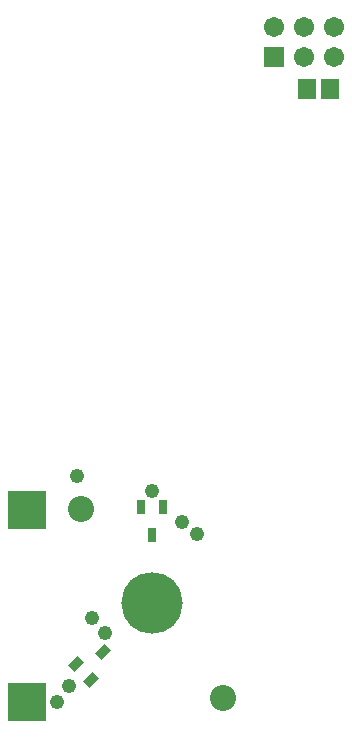
<source format=gts>
G04 Layer_Color=8388736*
%FSLAX25Y25*%
%MOIN*%
G70*
G01*
G75*
G04:AMPARAMS|DCode=25|XSize=31.62mil|YSize=45.4mil|CornerRadius=0mil|HoleSize=0mil|Usage=FLASHONLY|Rotation=135.000|XOffset=0mil|YOffset=0mil|HoleType=Round|Shape=Rectangle|*
%AMROTATEDRECTD25*
4,1,4,0.02723,0.00487,-0.00487,-0.02723,-0.02723,-0.00487,0.00487,0.02723,0.02723,0.00487,0.0*
%
%ADD25ROTATEDRECTD25*%

%ADD26R,0.03162X0.04540*%
%ADD27R,0.06312X0.06706*%
%ADD28R,0.12611X0.12611*%
%ADD29C,0.20485*%
%ADD30R,0.06706X0.06706*%
%ADD31C,0.06706*%
%ADD32C,0.08674*%
%ADD33C,0.08674*%
%ADD34C,0.04800*%
D25*
X-16216Y-16216D02*
D03*
X-20113Y-25403D02*
D03*
X-25403Y-20113D02*
D03*
D26*
X0Y22933D02*
D03*
X-3740Y32185D02*
D03*
X3740D02*
D03*
D27*
X59437Y171500D02*
D03*
X51563D02*
D03*
D28*
X-41500Y31000D02*
D03*
Y-33000D02*
D03*
D29*
X0Y0D02*
D03*
D30*
X40709Y182087D02*
D03*
D31*
Y192087D02*
D03*
X50709Y182087D02*
D03*
Y192087D02*
D03*
X60709Y182087D02*
D03*
Y192087D02*
D03*
D32*
X23622Y-31496D02*
D03*
D33*
X-23622Y31496D02*
D03*
D34*
X-20000Y-5000D02*
D03*
X-15500Y-10000D02*
D03*
X15000Y23000D02*
D03*
X10000Y27000D02*
D03*
X-27500Y-27500D02*
D03*
X-31500Y-33000D02*
D03*
X0Y37500D02*
D03*
X-25000Y42500D02*
D03*
M02*

</source>
